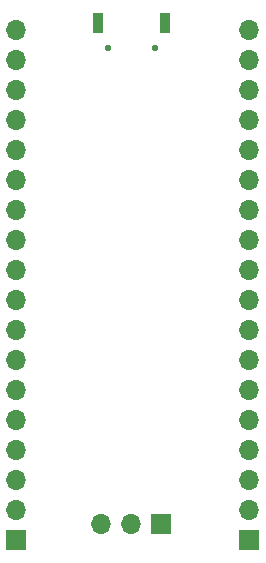
<source format=gbr>
%TF.GenerationSoftware,KiCad,Pcbnew,(6.0.6)*%
%TF.CreationDate,2022-06-27T18:40:53+02:00*%
%TF.ProjectId,rp2040-mini,72703230-3430-42d6-9d69-6e692e6b6963,rev?*%
%TF.SameCoordinates,Original*%
%TF.FileFunction,Soldermask,Bot*%
%TF.FilePolarity,Negative*%
%FSLAX46Y46*%
G04 Gerber Fmt 4.6, Leading zero omitted, Abs format (unit mm)*
G04 Created by KiCad (PCBNEW (6.0.6)) date 2022-06-27 18:40:53*
%MOMM*%
%LPD*%
G01*
G04 APERTURE LIST*
%ADD10R,0.900000X1.700000*%
%ADD11C,0.550000*%
%ADD12R,1.700000X1.700000*%
%ADD13O,1.700000X1.700000*%
G04 APERTURE END LIST*
D10*
%TO.C,J3*%
X75675000Y-34550000D03*
D11*
X76500000Y-36700000D03*
X80500000Y-36700000D03*
D10*
X81325000Y-34550000D03*
%TD*%
D12*
%TO.C,J1*%
X68775000Y-78275000D03*
D13*
X68775000Y-75735000D03*
X68775000Y-73195000D03*
X68775000Y-70655000D03*
X68775000Y-68115000D03*
X68775000Y-65575000D03*
X68775000Y-63035000D03*
X68775000Y-60495000D03*
X68775000Y-57955000D03*
X68775000Y-55415000D03*
X68775000Y-52875000D03*
X68775000Y-50335000D03*
X68775000Y-47795000D03*
X68775000Y-45255000D03*
X68775000Y-42715000D03*
X68775000Y-40175000D03*
X68775000Y-37635000D03*
X68775000Y-35095000D03*
%TD*%
D12*
%TO.C,J2*%
X88500000Y-78275000D03*
D13*
X88500000Y-75735000D03*
X88500000Y-73195000D03*
X88500000Y-70655000D03*
X88500000Y-68115000D03*
X88500000Y-65575000D03*
X88500000Y-63035000D03*
X88500000Y-60495000D03*
X88500000Y-57955000D03*
X88500000Y-55415000D03*
X88500000Y-52875000D03*
X88500000Y-50335000D03*
X88500000Y-47795000D03*
X88500000Y-45255000D03*
X88500000Y-42715000D03*
X88500000Y-40175000D03*
X88500000Y-37635000D03*
X88500000Y-35095000D03*
%TD*%
D12*
%TO.C,DEBUG*%
X81025000Y-77000000D03*
D13*
X78485000Y-77000000D03*
X75945000Y-77000000D03*
%TD*%
M02*

</source>
